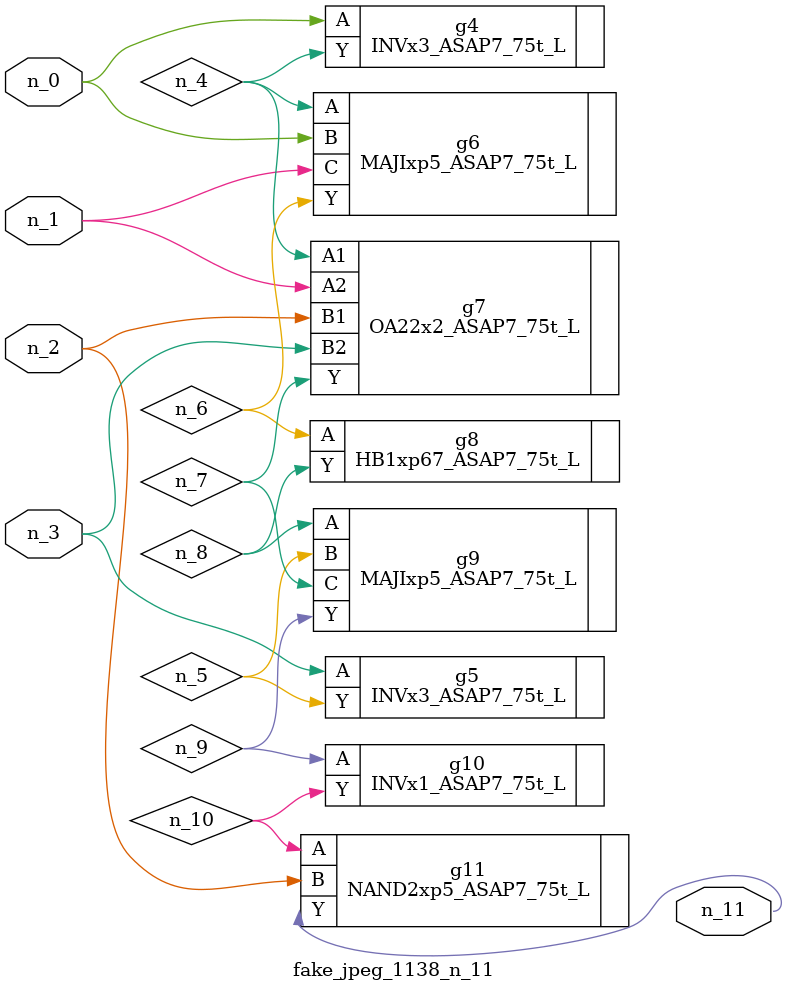
<source format=v>
module fake_jpeg_1138_n_11 (n_0, n_3, n_2, n_1, n_11);

input n_0;
input n_3;
input n_2;
input n_1;

output n_11;

wire n_10;
wire n_4;
wire n_8;
wire n_9;
wire n_6;
wire n_5;
wire n_7;

INVx3_ASAP7_75t_L g4 ( 
.A(n_0),
.Y(n_4)
);

INVx3_ASAP7_75t_L g5 ( 
.A(n_3),
.Y(n_5)
);

MAJIxp5_ASAP7_75t_L g6 ( 
.A(n_4),
.B(n_0),
.C(n_1),
.Y(n_6)
);

HB1xp67_ASAP7_75t_L g8 ( 
.A(n_6),
.Y(n_8)
);

OA22x2_ASAP7_75t_L g7 ( 
.A1(n_4),
.A2(n_1),
.B1(n_2),
.B2(n_3),
.Y(n_7)
);

MAJIxp5_ASAP7_75t_L g9 ( 
.A(n_8),
.B(n_5),
.C(n_7),
.Y(n_9)
);

INVx1_ASAP7_75t_L g10 ( 
.A(n_9),
.Y(n_10)
);

NAND2xp5_ASAP7_75t_L g11 ( 
.A(n_10),
.B(n_2),
.Y(n_11)
);


endmodule
</source>
